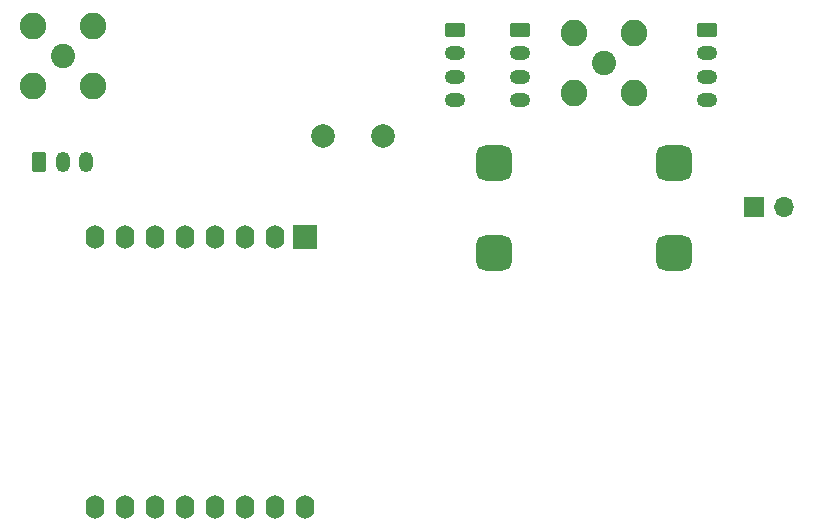
<source format=gbr>
%TF.GenerationSoftware,KiCad,Pcbnew,(6.0.7)*%
%TF.CreationDate,2023-09-13T17:05:02+02:00*%
%TF.ProjectId,freqcount1.1,66726571-636f-4756-9e74-312e312e6b69,rev?*%
%TF.SameCoordinates,PX2562500PY632ea00*%
%TF.FileFunction,Soldermask,Bot*%
%TF.FilePolarity,Negative*%
%FSLAX46Y46*%
G04 Gerber Fmt 4.6, Leading zero omitted, Abs format (unit mm)*
G04 Created by KiCad (PCBNEW (6.0.7)) date 2023-09-13 17:05:02*
%MOMM*%
%LPD*%
G01*
G04 APERTURE LIST*
G04 Aperture macros list*
%AMRoundRect*
0 Rectangle with rounded corners*
0 $1 Rounding radius*
0 $2 $3 $4 $5 $6 $7 $8 $9 X,Y pos of 4 corners*
0 Add a 4 corners polygon primitive as box body*
4,1,4,$2,$3,$4,$5,$6,$7,$8,$9,$2,$3,0*
0 Add four circle primitives for the rounded corners*
1,1,$1+$1,$2,$3*
1,1,$1+$1,$4,$5*
1,1,$1+$1,$6,$7*
1,1,$1+$1,$8,$9*
0 Add four rect primitives between the rounded corners*
20,1,$1+$1,$2,$3,$4,$5,0*
20,1,$1+$1,$4,$5,$6,$7,0*
20,1,$1+$1,$6,$7,$8,$9,0*
20,1,$1+$1,$8,$9,$2,$3,0*%
G04 Aperture macros list end*
%ADD10R,2.000000X2.000000*%
%ADD11O,1.600000X2.000000*%
%ADD12R,1.700000X1.700000*%
%ADD13O,1.700000X1.700000*%
%ADD14RoundRect,0.250000X-0.350000X-0.625000X0.350000X-0.625000X0.350000X0.625000X-0.350000X0.625000X0*%
%ADD15O,1.200000X1.750000*%
%ADD16RoundRect,0.250000X-0.625000X0.350000X-0.625000X-0.350000X0.625000X-0.350000X0.625000X0.350000X0*%
%ADD17O,1.750000X1.200000*%
%ADD18C,2.050000*%
%ADD19C,2.250000*%
%ADD20RoundRect,0.750000X-0.750000X-0.750000X0.750000X-0.750000X0.750000X0.750000X-0.750000X0.750000X0*%
%ADD21C,2.000000*%
G04 APERTURE END LIST*
D10*
%TO.C,U11*%
X26490000Y25275000D03*
D11*
X23950000Y25275000D03*
X21410000Y25275000D03*
X18870000Y25275000D03*
X16330000Y25275000D03*
X13790000Y25275000D03*
X11250000Y25275000D03*
X8710000Y25275000D03*
X8710000Y2415000D03*
X11250000Y2415000D03*
X13790000Y2415000D03*
X16330000Y2415000D03*
X18870000Y2415000D03*
X21410000Y2415000D03*
X23950000Y2415000D03*
X26490000Y2415000D03*
%TD*%
D12*
%TO.C,JP1*%
X64525000Y27800000D03*
D13*
X67065000Y27800000D03*
%TD*%
D14*
%TO.C,J2*%
X4000000Y31600000D03*
D15*
X6000000Y31600000D03*
X8000000Y31600000D03*
%TD*%
D16*
%TO.C,J6*%
X39200000Y42800000D03*
D17*
X39200000Y40800000D03*
X39200000Y38800000D03*
X39200000Y36800000D03*
%TD*%
D18*
%TO.C,J4*%
X6000000Y40600000D03*
D19*
X3460000Y43140000D03*
X3460000Y38060000D03*
X8540000Y43140000D03*
X8540000Y38060000D03*
%TD*%
D16*
%TO.C,J3*%
X44750000Y42800000D03*
D17*
X44750000Y40800000D03*
X44750000Y38800000D03*
X44750000Y36800000D03*
%TD*%
D20*
%TO.C,QA1*%
X42549000Y23905000D03*
X57789000Y23905000D03*
X57789000Y31525000D03*
X42549000Y31525000D03*
%TD*%
D18*
%TO.C,J5*%
X51800000Y40000000D03*
D19*
X54340000Y42540000D03*
X49260000Y42540000D03*
X54340000Y37460000D03*
X49260000Y37460000D03*
%TD*%
D16*
%TO.C,J1*%
X60550000Y42800000D03*
D17*
X60550000Y40800000D03*
X60550000Y38800000D03*
X60550000Y36800000D03*
%TD*%
D21*
%TO.C,F1*%
X28060000Y33810000D03*
X33140000Y33800000D03*
%TD*%
M02*

</source>
